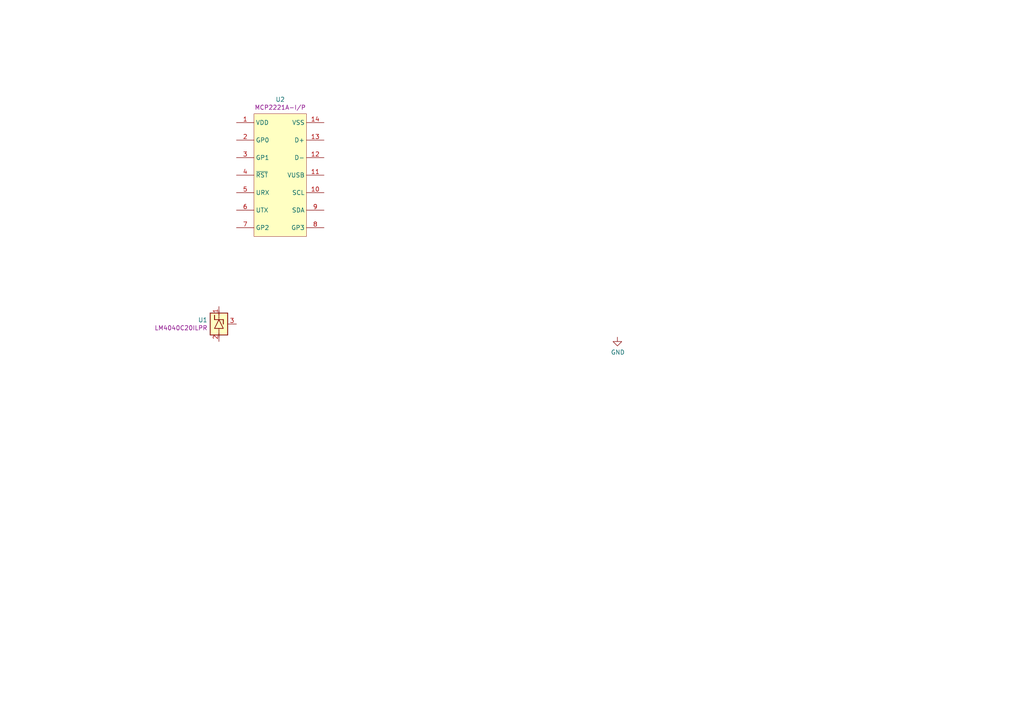
<source format=kicad_sch>
(kicad_sch (version 20211123) (generator eeschema)
  (paper "A4")
  (lib_symbols
    (symbol "master-vampire_General:U_LM4040_TO92-3"
      (property "Reference" "U" (at -3.81 1.27 0))
      (property "MPN" "DNP" (at -5.08 -1.27 0))
      (symbol "U_LM4040_TO92-3_0_1"
        (polyline (pts (xy 0 -2.032) (xy 0 -1.27)))
        (polyline (pts (xy 0 2.032) (xy 0 1.27)))
      )
      (symbol "U_LM4040_TO92-3_1_1"
        (rectangle (start -2.54 3.175) (end 2.54 -3.175) (stroke (width 0.254)) (fill (type background)))
        (polyline (pts (xy -1.27 1.27) (xy -1.27 2.54)) (stroke (width 0.254)))
        (polyline (pts (xy -1.27 1.27) (xy 1.27 1.27)) (stroke (width 0.2032)))
        (polyline (pts (xy 0 -1.905) (xy 0 -3.81)))
        (polyline (pts (xy 0 3.81) (xy 0 1.905)))
        (polyline (pts (xy 1.27 1.27) (xy 1.27 0)) (stroke (width 0.254)))
        (polyline (pts (xy -1.27 -1.27) (xy 1.27 -1.27) (xy 0 1.27) (xy -1.27 -1.27)) (stroke (width 0.2032)))
        (pin passive line (at 0 5.08 270) (length 2.54) (name "~") (number "1"))
        (pin passive line (at 0 -5.08 90) (length 2.54) (name "~") (number "2"))
        (pin passive line (at 5.08 0 180) (length 2.54) (name "~") (number "3"))
      )
    )
    (symbol "master-vampire_General:U_MCP2221_14pin"
      (property "Reference" "U" (at 0 21.59 0))
      (property "MPN" "DNP" (at 0 19.05 0))
      (symbol "U_MCP2221_14pin_0_1"
        (rectangle (start -7.62 17.78) (end 7.62 -17.78) (stroke (width 0.1016)) (fill (type background)))
      )
      (symbol "U_MCP2221_14pin_1_1"
        (pin power_in line (at -12.7 15.24 0) (length 5.08) (name "VDD") (number "1"))
        (pin bidirectional line (at 12.7 -5.08 180) (length 5.08) (name "SCL") (number "10"))
        (pin power_in line (at 12.7 0 180) (length 5.08) (name "VUSB") (number "11"))
        (pin input line (at 12.7 5.08 180) (length 5.08) (name "D-") (number "12"))
        (pin input line (at 12.7 10.16 180) (length 5.08) (name "D+") (number "13"))
        (pin power_in line (at 12.7 15.24 180) (length 5.08) (name "VSS") (number "14"))
        (pin bidirectional line (at -12.7 10.16 0) (length 5.08) (name "GP0") (number "2"))
        (pin bidirectional line (at -12.7 5.08 0) (length 5.08) (name "GP1") (number "3"))
        (pin input line (at -12.7 0 0) (length 5.08) (name "~{RST}") (number "4"))
        (pin input line (at -12.7 -5.08 0) (length 5.08) (name "URX") (number "5"))
        (pin output line (at -12.7 -10.16 0) (length 5.08) (name "UTX") (number "6"))
        (pin bidirectional line (at -12.7 -15.24 0) (length 5.08) (name "GP2") (number "7"))
        (pin bidirectional line (at 12.7 -15.24 180) (length 5.08) (name "GP3") (number "8"))
        (pin bidirectional line (at 12.7 -10.16 180) (length 5.08) (name "SDA") (number "9"))
      )
    )
    (symbol "power:GND" (power) (pin_names (offset 0))
      (property "Value" "GND" (at 0 -3.81 0))
      (symbol "GND_0_1"
        (polyline (pts (xy 0 0) (xy 0 -1.27) (xy 1.27 -1.27) (xy 0 -2.54) (xy -1.27 -1.27) (xy 0 -1.27)))
      )
      (symbol "GND_1_1"
        (pin power_in line (at 0 0 270) (length 0) hide (name "GND") (number "1"))
      )
    )
  )
  (symbol (lib_id "power:GND") (at 179.07 97.79 0) (unit 1)
    (property "Reference" "#PWR03" (effects hide))
    (property "Value" "GND" (at 179.197 102.1842 0))
  )
  (symbol (lib_id "master-vampire_General:U_LM4040_TO92-3") (at 63.5 93.98 0) (unit 1)
    (property "Reference" "U1" (at 60.198 92.8116 0) (effects (justify right)))
    (property "Value" "U_LM4040_TO92-3" (effects hide))
    (property "MPN" "LM4040C20ILPR" (at 60.198 95.123 0) (effects (justify right)))
    (property "Manufacturer" "Texas Instruments" (effects hide))
    (property "Supplier" "DigiKey" (effects hide))
    (property "Supplier PN" "296-21579-1-ND" (effects hide))
    (property "Package" "TO-92-3" (effects hide))
  )
  (symbol (lib_id "master-vampire_General:U_MCP2221_14pin") (at 81.28 50.8 0) (unit 1)
    (property "Reference" "U2" (at 81.28 28.8544 0))
    (property "Value" "U_MCP2221_14pin" (effects hide))
    (property "MPN" "MCP2221A-I/P" (at 81.28 31.1658 0))
    (property "Manufacturer" "Microchip Technology" (effects hide))
    (property "Supplier" "dIGIkEY" (effects hide))
    (property "Supplier PN" "MCP2221A-I/P-ND" (effects hide))
    (property "Package" "14-PDIP" (effects hide))
  )
)
</source>
